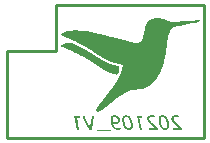
<source format=gbo>
G04*
G04 #@! TF.GenerationSoftware,Altium Limited,Altium Designer,20.0.1 (14)*
G04*
G04 Layer_Color=32896*
%FSLAX44Y44*%
%MOMM*%
G71*
G01*
G75*
%ADD10C,0.2540*%
%ADD43C,0.0254*%
G36*
X145091Y39510D02*
X145350Y39501D01*
X145590Y39482D01*
X145692Y39473D01*
X145793Y39464D01*
X145877Y39455D01*
X145950Y39445D01*
X146006Y39436D01*
X146052D01*
X146080Y39427D01*
X146089D01*
X146385Y39390D01*
X146653Y39344D01*
X146894Y39297D01*
X147004Y39270D01*
X147097Y39251D01*
X147189Y39233D01*
X147273Y39214D01*
X147337Y39196D01*
X147393Y39177D01*
X147439Y39168D01*
X147476Y39159D01*
X147494Y39149D01*
X147504D01*
X147633Y37670D01*
X147402Y37726D01*
X147162Y37781D01*
X146931Y37837D01*
X146709Y37883D01*
X146616Y37901D01*
X146524Y37920D01*
X146440Y37938D01*
X146376Y37947D01*
X146320Y37957D01*
X146283Y37966D01*
X146256Y37975D01*
X146246D01*
X145960Y38022D01*
X145692Y38059D01*
X145451Y38086D01*
X145248Y38105D01*
X145155Y38114D01*
X145072D01*
X144998Y38123D01*
X144832D01*
X144517Y38114D01*
X144240Y38077D01*
X144111Y38049D01*
X143990Y38022D01*
X143879Y37994D01*
X143787Y37966D01*
X143694Y37938D01*
X143621Y37910D01*
X143547Y37883D01*
X143491Y37855D01*
X143445Y37837D01*
X143417Y37818D01*
X143399Y37809D01*
X143389D01*
X143288Y37744D01*
X143204Y37670D01*
X143121Y37596D01*
X143057Y37513D01*
X143001Y37420D01*
X142955Y37337D01*
X142890Y37162D01*
X142844Y36995D01*
X142835Y36930D01*
X142825Y36866D01*
X142816Y36820D01*
Y36783D01*
Y36755D01*
Y36746D01*
X142825Y36524D01*
X142853Y36320D01*
X142890Y36126D01*
X142936Y35960D01*
X142983Y35812D01*
X143001Y35756D01*
X143020Y35701D01*
X143038Y35664D01*
X143047Y35636D01*
X143057Y35618D01*
Y35608D01*
X143149Y35405D01*
X143251Y35220D01*
X143352Y35035D01*
X143454Y34878D01*
X143547Y34748D01*
X143621Y34647D01*
X143648Y34610D01*
X143667Y34582D01*
X143676Y34564D01*
X143685Y34554D01*
X143842Y34360D01*
X144000Y34175D01*
X144157Y34000D01*
X144305Y33842D01*
X144425Y33713D01*
X144527Y33611D01*
X144564Y33574D01*
X144591Y33547D01*
X144610Y33528D01*
X144619Y33519D01*
X144823Y33325D01*
X145026Y33140D01*
X145220Y32955D01*
X145396Y32798D01*
X145553Y32659D01*
X145618Y32604D01*
X145673Y32557D01*
X145710Y32520D01*
X145747Y32493D01*
X145765Y32474D01*
X145775Y32465D01*
X150000Y28831D01*
Y27500D01*
X142742D01*
X142446Y28924D01*
X147624D01*
X144490Y31503D01*
X144221Y31725D01*
X143972Y31947D01*
X143731Y32150D01*
X143528Y32326D01*
X143445Y32400D01*
X143362Y32474D01*
X143288Y32539D01*
X143232Y32585D01*
X143186Y32631D01*
X143149Y32659D01*
X143131Y32678D01*
X143121Y32687D01*
X142890Y32909D01*
X142677Y33121D01*
X142493Y33325D01*
X142326Y33510D01*
X142197Y33667D01*
X142141Y33732D01*
X142095Y33787D01*
X142058Y33824D01*
X142030Y33861D01*
X142021Y33879D01*
X142012Y33889D01*
X141845Y34129D01*
X141688Y34360D01*
X141559Y34582D01*
X141457Y34795D01*
X141411Y34878D01*
X141374Y34961D01*
X141337Y35035D01*
X141309Y35100D01*
X141291Y35155D01*
X141272Y35192D01*
X141263Y35211D01*
Y35220D01*
X141171Y35488D01*
X141106Y35766D01*
X141060Y36034D01*
X141032Y36274D01*
X141013Y36385D01*
X141004Y36487D01*
Y36579D01*
X140995Y36653D01*
Y36718D01*
Y36764D01*
Y36792D01*
Y36801D01*
X141004Y37051D01*
X141032Y37282D01*
X141078Y37485D01*
X141124Y37670D01*
X141171Y37809D01*
X141189Y37874D01*
X141217Y37920D01*
X141226Y37957D01*
X141244Y37984D01*
X141254Y38003D01*
Y38012D01*
X141355Y38197D01*
X141466Y38364D01*
X141587Y38512D01*
X141707Y38632D01*
X141808Y38733D01*
X141892Y38807D01*
X141947Y38844D01*
X141956Y38863D01*
X141966D01*
X142150Y38983D01*
X142335Y39085D01*
X142520Y39168D01*
X142696Y39242D01*
X142853Y39297D01*
X142918Y39316D01*
X142973Y39334D01*
X143020Y39344D01*
X143057Y39353D01*
X143075Y39362D01*
X143084D01*
X143334Y39418D01*
X143584Y39455D01*
X143824Y39492D01*
X144046Y39510D01*
X144148Y39519D01*
X144323D01*
X144388Y39529D01*
X144804D01*
X145091Y39510D01*
D02*
G37*
G36*
X124602D02*
X124861Y39501D01*
X125102Y39482D01*
X125203Y39473D01*
X125305Y39464D01*
X125388Y39455D01*
X125462Y39445D01*
X125518Y39436D01*
X125564D01*
X125592Y39427D01*
X125601D01*
X125897Y39390D01*
X126165Y39344D01*
X126405Y39297D01*
X126516Y39270D01*
X126609Y39251D01*
X126701Y39233D01*
X126784Y39214D01*
X126849Y39196D01*
X126904Y39177D01*
X126951Y39168D01*
X126988Y39159D01*
X127006Y39149D01*
X127015D01*
X127145Y37670D01*
X126914Y37726D01*
X126673Y37781D01*
X126442Y37837D01*
X126220Y37883D01*
X126128Y37901D01*
X126035Y37920D01*
X125952Y37938D01*
X125887Y37947D01*
X125832Y37957D01*
X125795Y37966D01*
X125767Y37975D01*
X125758D01*
X125471Y38022D01*
X125203Y38059D01*
X124963Y38086D01*
X124760Y38105D01*
X124667Y38114D01*
X124584D01*
X124510Y38123D01*
X124344D01*
X124029Y38114D01*
X123752Y38077D01*
X123622Y38049D01*
X123502Y38022D01*
X123391Y37994D01*
X123299Y37966D01*
X123206Y37938D01*
X123132Y37910D01*
X123058Y37883D01*
X123003Y37855D01*
X122957Y37837D01*
X122929Y37818D01*
X122910Y37809D01*
X122901D01*
X122799Y37744D01*
X122716Y37670D01*
X122633Y37596D01*
X122568Y37513D01*
X122513Y37420D01*
X122467Y37337D01*
X122402Y37162D01*
X122356Y36995D01*
X122346Y36930D01*
X122337Y36866D01*
X122328Y36820D01*
Y36783D01*
Y36755D01*
Y36746D01*
X122337Y36524D01*
X122365Y36320D01*
X122402Y36126D01*
X122448Y35960D01*
X122494Y35812D01*
X122513Y35756D01*
X122531Y35701D01*
X122550Y35664D01*
X122559Y35636D01*
X122568Y35618D01*
Y35608D01*
X122661Y35405D01*
X122762Y35220D01*
X122864Y35035D01*
X122966Y34878D01*
X123058Y34748D01*
X123132Y34647D01*
X123160Y34610D01*
X123179Y34582D01*
X123188Y34564D01*
X123197Y34554D01*
X123354Y34360D01*
X123511Y34175D01*
X123668Y34000D01*
X123816Y33842D01*
X123937Y33713D01*
X124038Y33611D01*
X124075Y33574D01*
X124103Y33547D01*
X124122Y33528D01*
X124131Y33519D01*
X124334Y33325D01*
X124538Y33140D01*
X124732Y32955D01*
X124907Y32798D01*
X125065Y32659D01*
X125129Y32604D01*
X125185Y32557D01*
X125222Y32520D01*
X125259Y32493D01*
X125277Y32474D01*
X125287Y32465D01*
X129512Y28831D01*
Y27500D01*
X122254D01*
X121958Y28924D01*
X127136D01*
X124001Y31503D01*
X123733Y31725D01*
X123484Y31947D01*
X123243Y32150D01*
X123040Y32326D01*
X122957Y32400D01*
X122873Y32474D01*
X122799Y32539D01*
X122744Y32585D01*
X122698Y32631D01*
X122661Y32659D01*
X122642Y32678D01*
X122633Y32687D01*
X122402Y32909D01*
X122189Y33121D01*
X122004Y33325D01*
X121838Y33510D01*
X121708Y33667D01*
X121653Y33732D01*
X121607Y33787D01*
X121570Y33824D01*
X121542Y33861D01*
X121533Y33879D01*
X121524Y33889D01*
X121357Y34129D01*
X121200Y34360D01*
X121070Y34582D01*
X120969Y34795D01*
X120923Y34878D01*
X120886Y34961D01*
X120849Y35035D01*
X120821Y35100D01*
X120802Y35155D01*
X120784Y35192D01*
X120775Y35211D01*
Y35220D01*
X120682Y35488D01*
X120618Y35766D01*
X120571Y36034D01*
X120543Y36274D01*
X120525Y36385D01*
X120516Y36487D01*
Y36579D01*
X120506Y36653D01*
Y36718D01*
Y36764D01*
Y36792D01*
Y36801D01*
X120516Y37051D01*
X120543Y37282D01*
X120590Y37485D01*
X120636Y37670D01*
X120682Y37809D01*
X120701Y37874D01*
X120728Y37920D01*
X120738Y37957D01*
X120756Y37984D01*
X120765Y38003D01*
Y38012D01*
X120867Y38197D01*
X120978Y38364D01*
X121098Y38512D01*
X121219Y38632D01*
X121320Y38733D01*
X121403Y38807D01*
X121459Y38844D01*
X121468Y38863D01*
X121477D01*
X121662Y38983D01*
X121847Y39085D01*
X122032Y39168D01*
X122208Y39242D01*
X122365Y39297D01*
X122430Y39316D01*
X122485Y39334D01*
X122531Y39344D01*
X122568Y39353D01*
X122587Y39362D01*
X122596D01*
X122846Y39418D01*
X123095Y39455D01*
X123336Y39492D01*
X123558Y39510D01*
X123659Y39519D01*
X123835D01*
X123900Y39529D01*
X124316D01*
X124602Y39510D01*
D02*
G37*
G36*
X116041Y38539D02*
X116355Y37041D01*
X113619Y37735D01*
X115791Y27500D01*
X114081D01*
X111566Y39344D01*
X112953D01*
X116041Y38539D01*
D02*
G37*
G36*
X63341Y38539D02*
X63655Y37041D01*
X60919Y37735D01*
X63091Y27500D01*
X61381D01*
X58866Y39344D01*
X60253D01*
X63341Y38539D01*
D02*
G37*
G36*
X93287Y39519D02*
X93630Y39482D01*
X93796Y39455D01*
X93944Y39427D01*
X94083Y39399D01*
X94212Y39371D01*
X94332Y39334D01*
X94443Y39307D01*
X94536Y39279D01*
X94610Y39260D01*
X94674Y39233D01*
X94721Y39223D01*
X94748Y39205D01*
X94757D01*
X95053Y39076D01*
X95331Y38928D01*
X95571Y38770D01*
X95682Y38696D01*
X95775Y38623D01*
X95867Y38558D01*
X95950Y38493D01*
X96015Y38438D01*
X96070Y38391D01*
X96117Y38345D01*
X96154Y38317D01*
X96172Y38299D01*
X96181Y38290D01*
X96394Y38059D01*
X96579Y37818D01*
X96736Y37578D01*
X96866Y37356D01*
X96921Y37254D01*
X96967Y37152D01*
X97014Y37069D01*
X97041Y36995D01*
X97069Y36940D01*
X97087Y36893D01*
X97106Y36866D01*
Y36857D01*
X97217Y36533D01*
X97291Y36209D01*
X97346Y35886D01*
X97374Y35738D01*
X97393Y35590D01*
X97402Y35461D01*
X97411Y35340D01*
X97420Y35229D01*
Y35137D01*
X97430Y35063D01*
Y35007D01*
Y34970D01*
Y34961D01*
X97420Y34702D01*
X97393Y34462D01*
X97346Y34240D01*
X97291Y34027D01*
X97226Y33842D01*
X97152Y33667D01*
X97069Y33510D01*
X96986Y33371D01*
X96903Y33251D01*
X96819Y33149D01*
X96745Y33057D01*
X96681Y32983D01*
X96625Y32927D01*
X96579Y32890D01*
X96551Y32862D01*
X96542Y32853D01*
X96366Y32733D01*
X96181Y32631D01*
X95987Y32539D01*
X95793Y32456D01*
X95590Y32391D01*
X95395Y32335D01*
X95192Y32289D01*
X95007Y32252D01*
X94831Y32225D01*
X94665Y32206D01*
X94517Y32188D01*
X94388Y32178D01*
X94286D01*
X94203Y32169D01*
X93889D01*
X93648Y32188D01*
X93435Y32197D01*
X93251Y32215D01*
X93167Y32225D01*
X93093Y32234D01*
X93029Y32243D01*
X92982D01*
X92936Y32252D01*
X92908Y32262D01*
X92881D01*
X92668Y32299D01*
X92465Y32345D01*
X92280Y32382D01*
X92122Y32419D01*
X91984Y32456D01*
X91928Y32465D01*
X91882Y32483D01*
X91845Y32493D01*
X91808D01*
X91799Y32502D01*
X91790D01*
X91827Y32308D01*
X91873Y32114D01*
X91919Y31929D01*
X91965Y31762D01*
X92012Y31605D01*
X92058Y31457D01*
X92104Y31318D01*
X92150Y31189D01*
X92187Y31078D01*
X92224Y30976D01*
X92261Y30893D01*
X92289Y30819D01*
X92308Y30764D01*
X92326Y30727D01*
X92344Y30699D01*
Y30690D01*
X92474Y30431D01*
X92613Y30209D01*
X92742Y30006D01*
X92871Y29839D01*
X92982Y29710D01*
X93029Y29654D01*
X93066Y29617D01*
X93103Y29580D01*
X93130Y29553D01*
X93140Y29543D01*
X93149Y29534D01*
X93324Y29386D01*
X93509Y29257D01*
X93685Y29146D01*
X93842Y29062D01*
X93981Y28998D01*
X94046Y28970D01*
X94092Y28952D01*
X94138Y28933D01*
X94166Y28924D01*
X94184Y28915D01*
X94194D01*
X94416Y28850D01*
X94637Y28804D01*
X94850Y28776D01*
X95044Y28757D01*
X95211Y28739D01*
X95285D01*
X95340Y28730D01*
X95460D01*
X95922Y28739D01*
X96366Y28776D01*
X96579Y28804D01*
X96782Y28831D01*
X96976Y28859D01*
X97161Y28887D01*
X97328Y28915D01*
X97476Y28942D01*
X97614Y28970D01*
X97725Y28998D01*
X97818Y29016D01*
X97883Y29035D01*
X97920Y29044D01*
X97938D01*
X98225Y27620D01*
X97984Y27574D01*
X97753Y27537D01*
X97531Y27500D01*
X97319Y27463D01*
X97235Y27454D01*
X97152Y27445D01*
X97078Y27435D01*
X97014Y27426D01*
X96958Y27417D01*
X96921Y27408D01*
X96893D01*
X96634Y27380D01*
X96385Y27361D01*
X96163Y27343D01*
X95960Y27334D01*
X95793D01*
X95719Y27324D01*
X95553D01*
X95155Y27334D01*
X94776Y27371D01*
X94600Y27389D01*
X94434Y27417D01*
X94286Y27445D01*
X94138Y27472D01*
X94009Y27500D01*
X93898Y27528D01*
X93796Y27555D01*
X93703Y27574D01*
X93639Y27592D01*
X93583Y27611D01*
X93556Y27620D01*
X93546D01*
X93380Y27685D01*
X93214Y27750D01*
X92899Y27907D01*
X92622Y28082D01*
X92492Y28166D01*
X92381Y28249D01*
X92270Y28332D01*
X92178Y28406D01*
X92095Y28471D01*
X92030Y28526D01*
X91975Y28582D01*
X91938Y28619D01*
X91910Y28637D01*
X91901Y28647D01*
X91762Y28785D01*
X91632Y28933D01*
X91392Y29247D01*
X91180Y29571D01*
X90995Y29876D01*
X90911Y30015D01*
X90837Y30144D01*
X90782Y30264D01*
X90726Y30366D01*
X90689Y30449D01*
X90662Y30505D01*
X90643Y30551D01*
X90634Y30560D01*
X90532Y30791D01*
X90440Y31032D01*
X90273Y31522D01*
X90135Y32021D01*
X90070Y32262D01*
X90015Y32483D01*
X89959Y32705D01*
X89913Y32899D01*
X89876Y33075D01*
X89848Y33223D01*
X89820Y33352D01*
X89802Y33445D01*
Y33473D01*
X89793Y33500D01*
Y33510D01*
Y33519D01*
X89746Y33778D01*
X89709Y34027D01*
X89672Y34258D01*
X89645Y34480D01*
X89626Y34693D01*
X89608Y34887D01*
X89589Y35072D01*
X89571Y35239D01*
X89562Y35387D01*
X89552Y35516D01*
Y35636D01*
X89543Y35729D01*
Y35803D01*
Y35858D01*
Y35895D01*
Y35904D01*
X89552Y36265D01*
X89580Y36588D01*
X89617Y36893D01*
X89672Y37180D01*
X89737Y37430D01*
X89811Y37661D01*
X89885Y37864D01*
X89968Y38049D01*
X90051Y38206D01*
X90126Y38345D01*
X90199Y38456D01*
X90264Y38549D01*
X90310Y38613D01*
X90357Y38669D01*
X90384Y38696D01*
X90394Y38706D01*
X90560Y38854D01*
X90745Y38974D01*
X90939Y39085D01*
X91143Y39177D01*
X91355Y39260D01*
X91568Y39325D01*
X91771Y39381D01*
X91975Y39427D01*
X92169Y39464D01*
X92344Y39482D01*
X92511Y39501D01*
X92649Y39519D01*
X92760D01*
X92853Y39529D01*
X92927D01*
X93287Y39519D01*
D02*
G37*
G36*
X73715Y27500D02*
X71801D01*
X71440Y28018D01*
X71089Y28535D01*
X70747Y29044D01*
X70423Y29543D01*
X70118Y30033D01*
X69831Y30496D01*
X69563Y30939D01*
X69314Y31355D01*
X69092Y31734D01*
X68981Y31910D01*
X68888Y32086D01*
X68796Y32243D01*
X68713Y32391D01*
X68639Y32520D01*
X68565Y32650D01*
X68509Y32761D01*
X68454Y32853D01*
X68408Y32936D01*
X68371Y33010D01*
X68334Y33066D01*
X68315Y33103D01*
X68297Y33131D01*
Y33140D01*
X68010Y33685D01*
X67733Y34231D01*
X67464Y34785D01*
X67215Y35331D01*
X66975Y35858D01*
X66743Y36367D01*
X66531Y36866D01*
X66337Y37328D01*
X66253Y37541D01*
X66170Y37753D01*
X66087Y37957D01*
X66013Y38142D01*
X65939Y38317D01*
X65874Y38484D01*
X65819Y38641D01*
X65763Y38780D01*
X65717Y38909D01*
X65671Y39020D01*
X65634Y39112D01*
X65606Y39196D01*
X65578Y39260D01*
X65560Y39307D01*
X65551Y39334D01*
Y39344D01*
X67335D01*
X67548Y38789D01*
X67751Y38243D01*
X67964Y37716D01*
X68176Y37208D01*
X68380Y36727D01*
X68583Y36274D01*
X68768Y35849D01*
X68953Y35451D01*
X69036Y35266D01*
X69120Y35100D01*
X69194Y34933D01*
X69267Y34776D01*
X69341Y34628D01*
X69406Y34499D01*
X69462Y34379D01*
X69517Y34258D01*
X69563Y34166D01*
X69609Y34074D01*
X69647Y34000D01*
X69683Y33935D01*
X69702Y33889D01*
X69721Y33852D01*
X69739Y33833D01*
Y33824D01*
X69979Y33362D01*
X70229Y32918D01*
X70460Y32483D01*
X70691Y32067D01*
X70922Y31679D01*
X71135Y31309D01*
X71338Y30958D01*
X71523Y30643D01*
X71699Y30348D01*
X71856Y30098D01*
X71995Y29867D01*
X72060Y29774D01*
X72115Y29682D01*
X72161Y29599D01*
X72207Y29534D01*
X72245Y29469D01*
X72281Y29423D01*
X72300Y29386D01*
X72319Y29358D01*
X72337Y29340D01*
Y29331D01*
X73835Y39344D01*
X75545D01*
X73715Y27500D01*
D02*
G37*
G36*
X133783Y39510D02*
X134144Y39464D01*
X134495Y39390D01*
X134819Y39297D01*
X135124Y39186D01*
X135410Y39066D01*
X135669Y38937D01*
X135910Y38798D01*
X136122Y38659D01*
X136307Y38530D01*
X136464Y38410D01*
X136603Y38299D01*
X136705Y38206D01*
X136779Y38132D01*
X136825Y38086D01*
X136844Y38068D01*
X136964Y37929D01*
X137084Y37772D01*
X137315Y37448D01*
X137518Y37097D01*
X137713Y36727D01*
X137898Y36339D01*
X138055Y35951D01*
X138203Y35562D01*
X138332Y35183D01*
X138443Y34822D01*
X138545Y34480D01*
X138582Y34323D01*
X138628Y34175D01*
X138665Y34037D01*
X138693Y33907D01*
X138720Y33796D01*
X138748Y33685D01*
X138767Y33602D01*
X138785Y33519D01*
X138794Y33463D01*
X138804Y33417D01*
X138813Y33389D01*
Y33380D01*
X138859Y33103D01*
X138905Y32844D01*
X138942Y32613D01*
X138970Y32409D01*
X138979Y32317D01*
X138998Y32234D01*
X139007Y32169D01*
Y32104D01*
X139016Y32058D01*
X139025Y32021D01*
Y32003D01*
Y31993D01*
X139044Y31762D01*
X139062Y31550D01*
X139072Y31346D01*
X139081Y31180D01*
X139090Y31032D01*
Y30976D01*
Y30921D01*
Y30884D01*
Y30856D01*
Y30838D01*
Y30828D01*
X139081Y30496D01*
X139053Y30190D01*
X139016Y29904D01*
X138961Y29636D01*
X138905Y29395D01*
X138831Y29183D01*
X138767Y28979D01*
X138683Y28804D01*
X138609Y28656D01*
X138535Y28517D01*
X138471Y28406D01*
X138415Y28314D01*
X138360Y28249D01*
X138323Y28193D01*
X138295Y28166D01*
X138286Y28156D01*
X138119Y28008D01*
X137944Y27879D01*
X137750Y27768D01*
X137555Y27676D01*
X137352Y27592D01*
X137139Y27528D01*
X136936Y27472D01*
X136733Y27426D01*
X136548Y27398D01*
X136372Y27371D01*
X136215Y27352D01*
X136076Y27334D01*
X135956D01*
X135873Y27324D01*
X135799D01*
X135410Y27343D01*
X135050Y27380D01*
X134883Y27408D01*
X134726Y27435D01*
X134578Y27463D01*
X134440Y27500D01*
X134310Y27528D01*
X134199Y27555D01*
X134107Y27583D01*
X134024Y27611D01*
X133959Y27639D01*
X133913Y27648D01*
X133885Y27666D01*
X133876D01*
X133561Y27814D01*
X133275Y27990D01*
X133007Y28166D01*
X132896Y28258D01*
X132785Y28341D01*
X132692Y28425D01*
X132600Y28508D01*
X132526Y28572D01*
X132470Y28637D01*
X132415Y28683D01*
X132378Y28730D01*
X132359Y28748D01*
X132350Y28757D01*
X132230Y28905D01*
X132110Y29053D01*
X131888Y29368D01*
X131694Y29682D01*
X131527Y29987D01*
X131453Y30117D01*
X131389Y30246D01*
X131333Y30366D01*
X131287Y30459D01*
X131250Y30542D01*
X131222Y30607D01*
X131213Y30643D01*
X131204Y30653D01*
X131111Y30875D01*
X131028Y31106D01*
X130880Y31568D01*
X130741Y32040D01*
X130686Y32262D01*
X130631Y32465D01*
X130584Y32668D01*
X130538Y32844D01*
X130501Y33010D01*
X130473Y33149D01*
X130446Y33260D01*
X130427Y33343D01*
X130418Y33399D01*
Y33417D01*
X130372Y33685D01*
X130325Y33944D01*
X130288Y34175D01*
X130261Y34388D01*
X130242Y34471D01*
X130233Y34554D01*
X130224Y34628D01*
X130214Y34684D01*
Y34730D01*
X130205Y34767D01*
Y34785D01*
Y34795D01*
X130177Y35035D01*
X130159Y35257D01*
X130150Y35461D01*
X130140Y35636D01*
X130131Y35784D01*
Y35849D01*
Y35904D01*
Y35941D01*
Y35969D01*
Y35988D01*
Y35997D01*
X130140Y36330D01*
X130168Y36644D01*
X130205Y36930D01*
X130251Y37199D01*
X130316Y37439D01*
X130381Y37661D01*
X130455Y37855D01*
X130529Y38040D01*
X130603Y38188D01*
X130677Y38327D01*
X130741Y38438D01*
X130806Y38530D01*
X130852Y38595D01*
X130889Y38650D01*
X130917Y38678D01*
X130926Y38687D01*
X131083Y38835D01*
X131259Y38965D01*
X131453Y39076D01*
X131648Y39177D01*
X131851Y39251D01*
X132054Y39325D01*
X132258Y39381D01*
X132461Y39427D01*
X132646Y39455D01*
X132822Y39482D01*
X132979Y39501D01*
X133118Y39519D01*
X133238D01*
X133321Y39529D01*
X133395D01*
X133783Y39510D01*
D02*
G37*
G36*
X103051D02*
X103411Y39464D01*
X103763Y39390D01*
X104086Y39297D01*
X104391Y39186D01*
X104678Y39066D01*
X104937Y38937D01*
X105177Y38798D01*
X105390Y38659D01*
X105575Y38530D01*
X105732Y38410D01*
X105871Y38299D01*
X105972Y38206D01*
X106046Y38132D01*
X106093Y38086D01*
X106111Y38068D01*
X106231Y37929D01*
X106351Y37772D01*
X106583Y37448D01*
X106786Y37097D01*
X106980Y36727D01*
X107165Y36339D01*
X107322Y35951D01*
X107470Y35562D01*
X107600Y35183D01*
X107711Y34822D01*
X107812Y34480D01*
X107849Y34323D01*
X107895Y34175D01*
X107933Y34037D01*
X107960Y33907D01*
X107988Y33796D01*
X108016Y33685D01*
X108034Y33602D01*
X108053Y33519D01*
X108062Y33463D01*
X108071Y33417D01*
X108081Y33389D01*
Y33380D01*
X108127Y33103D01*
X108173Y32844D01*
X108210Y32613D01*
X108238Y32409D01*
X108247Y32317D01*
X108265Y32234D01*
X108275Y32169D01*
Y32104D01*
X108284Y32058D01*
X108293Y32021D01*
Y32003D01*
Y31993D01*
X108312Y31762D01*
X108330Y31550D01*
X108339Y31346D01*
X108349Y31180D01*
X108358Y31032D01*
Y30976D01*
Y30921D01*
Y30884D01*
Y30856D01*
Y30838D01*
Y30828D01*
X108349Y30496D01*
X108321Y30190D01*
X108284Y29904D01*
X108228Y29636D01*
X108173Y29395D01*
X108099Y29183D01*
X108034Y28979D01*
X107951Y28804D01*
X107877Y28656D01*
X107803Y28517D01*
X107738Y28406D01*
X107683Y28314D01*
X107627Y28249D01*
X107590Y28193D01*
X107563Y28166D01*
X107554Y28156D01*
X107387Y28008D01*
X107211Y27879D01*
X107017Y27768D01*
X106823Y27676D01*
X106620Y27592D01*
X106407Y27528D01*
X106204Y27472D01*
X106000Y27426D01*
X105815Y27398D01*
X105640Y27371D01*
X105482Y27352D01*
X105344Y27334D01*
X105224D01*
X105140Y27324D01*
X105066D01*
X104678Y27343D01*
X104318Y27380D01*
X104151Y27408D01*
X103994Y27435D01*
X103846Y27463D01*
X103707Y27500D01*
X103578Y27528D01*
X103467Y27555D01*
X103374Y27583D01*
X103291Y27611D01*
X103226Y27639D01*
X103180Y27648D01*
X103153Y27666D01*
X103143D01*
X102829Y27814D01*
X102542Y27990D01*
X102274Y28166D01*
X102163Y28258D01*
X102052Y28341D01*
X101960Y28425D01*
X101867Y28508D01*
X101793Y28572D01*
X101738Y28637D01*
X101683Y28683D01*
X101645Y28730D01*
X101627Y28748D01*
X101618Y28757D01*
X101498Y28905D01*
X101377Y29053D01*
X101156Y29368D01*
X100961Y29682D01*
X100795Y29987D01*
X100721Y30117D01*
X100656Y30246D01*
X100601Y30366D01*
X100555Y30459D01*
X100518Y30542D01*
X100490Y30607D01*
X100481Y30643D01*
X100471Y30653D01*
X100379Y30875D01*
X100296Y31106D01*
X100148Y31568D01*
X100009Y32040D01*
X99954Y32262D01*
X99898Y32465D01*
X99852Y32668D01*
X99806Y32844D01*
X99769Y33010D01*
X99741Y33149D01*
X99713Y33260D01*
X99695Y33343D01*
X99685Y33399D01*
Y33417D01*
X99639Y33685D01*
X99593Y33944D01*
X99556Y34175D01*
X99528Y34388D01*
X99510Y34471D01*
X99501Y34554D01*
X99491Y34628D01*
X99482Y34684D01*
Y34730D01*
X99473Y34767D01*
Y34785D01*
Y34795D01*
X99445Y35035D01*
X99427Y35257D01*
X99417Y35461D01*
X99408Y35636D01*
X99399Y35784D01*
Y35849D01*
Y35904D01*
Y35941D01*
Y35969D01*
Y35988D01*
Y35997D01*
X99408Y36330D01*
X99436Y36644D01*
X99473Y36930D01*
X99519Y37199D01*
X99584Y37439D01*
X99649Y37661D01*
X99722Y37855D01*
X99796Y38040D01*
X99870Y38188D01*
X99944Y38327D01*
X100009Y38438D01*
X100074Y38530D01*
X100120Y38595D01*
X100157Y38650D01*
X100185Y38678D01*
X100194Y38687D01*
X100351Y38835D01*
X100527Y38965D01*
X100721Y39076D01*
X100915Y39177D01*
X101118Y39251D01*
X101322Y39325D01*
X101525Y39381D01*
X101729Y39427D01*
X101914Y39455D01*
X102089Y39482D01*
X102247Y39501D01*
X102385Y39519D01*
X102505D01*
X102589Y39529D01*
X102662D01*
X103051Y39510D01*
D02*
G37*
G36*
X89996Y26187D02*
X78411D01*
X78180Y27324D01*
X89765D01*
X89996Y26187D01*
D02*
G37*
%LPC*%
G36*
X93186Y38123D02*
X93093D01*
X92899Y38114D01*
X92714Y38096D01*
X92566Y38068D01*
X92428Y38040D01*
X92326Y38003D01*
X92252Y37975D01*
X92206Y37957D01*
X92187Y37947D01*
X92058Y37883D01*
X91947Y37809D01*
X91854Y37726D01*
X91771Y37652D01*
X91706Y37587D01*
X91660Y37531D01*
X91632Y37494D01*
X91623Y37485D01*
X91549Y37374D01*
X91494Y37254D01*
X91438Y37134D01*
X91401Y37032D01*
X91374Y36930D01*
X91355Y36857D01*
X91337Y36810D01*
Y36801D01*
Y36792D01*
X91290Y36496D01*
X91272Y36348D01*
X91263Y36219D01*
X91253Y36108D01*
Y36024D01*
Y35988D01*
Y35960D01*
Y35951D01*
Y35941D01*
X91263Y35608D01*
X91272Y35451D01*
X91281Y35312D01*
X91300Y35183D01*
X91309Y35091D01*
Y35054D01*
X91318Y35026D01*
Y35017D01*
Y35007D01*
X91346Y34822D01*
X91374Y34647D01*
X91401Y34490D01*
X91429Y34342D01*
X91457Y34212D01*
X91475Y34120D01*
X91485Y34083D01*
Y34055D01*
X91494Y34046D01*
Y34037D01*
X91697Y33972D01*
X91901Y33907D01*
X92095Y33852D01*
X92270Y33805D01*
X92418Y33768D01*
X92483Y33759D01*
X92539Y33741D01*
X92585Y33732D01*
X92622D01*
X92640Y33722D01*
X92649D01*
X92881Y33685D01*
X93112Y33658D01*
X93334Y33639D01*
X93528Y33630D01*
X93620Y33621D01*
X93694D01*
X93768Y33611D01*
X93944D01*
X94120Y33621D01*
X94277Y33630D01*
X94425Y33648D01*
X94563Y33676D01*
X94684Y33704D01*
X94795Y33741D01*
X94896Y33778D01*
X94979Y33815D01*
X95053Y33852D01*
X95118Y33879D01*
X95174Y33916D01*
X95220Y33944D01*
X95248Y33972D01*
X95275Y33990D01*
X95285Y34009D01*
X95294D01*
X95423Y34175D01*
X95516Y34360D01*
X95590Y34554D01*
X95636Y34739D01*
X95664Y34915D01*
X95673Y34980D01*
Y35044D01*
X95682Y35100D01*
Y35137D01*
Y35165D01*
Y35174D01*
X95673Y35433D01*
X95654Y35673D01*
X95617Y35886D01*
X95580Y36071D01*
X95562Y36154D01*
X95543Y36219D01*
X95525Y36283D01*
X95506Y36339D01*
X95497Y36376D01*
X95488Y36404D01*
X95479Y36422D01*
Y36431D01*
X95395Y36625D01*
X95303Y36801D01*
X95220Y36958D01*
X95127Y37097D01*
X95053Y37199D01*
X94989Y37282D01*
X94952Y37328D01*
X94933Y37347D01*
X94795Y37476D01*
X94656Y37596D01*
X94517Y37698D01*
X94388Y37772D01*
X94277Y37837D01*
X94194Y37883D01*
X94157Y37901D01*
X94129Y37910D01*
X94120Y37920D01*
X94110D01*
X93935Y37984D01*
X93750Y38040D01*
X93583Y38077D01*
X93426Y38096D01*
X93287Y38114D01*
X93186Y38123D01*
D02*
G37*
G36*
X133700D02*
X133589D01*
X133423Y38114D01*
X133275Y38105D01*
X133127Y38077D01*
X132997Y38049D01*
X132877Y38012D01*
X132766Y37975D01*
X132664Y37929D01*
X132581Y37892D01*
X132498Y37846D01*
X132433Y37800D01*
X132378Y37763D01*
X132332Y37726D01*
X132295Y37698D01*
X132267Y37670D01*
X132258Y37661D01*
X132248Y37652D01*
X132175Y37559D01*
X132100Y37448D01*
X132045Y37328D01*
X131990Y37208D01*
X131916Y36940D01*
X131860Y36681D01*
X131842Y36551D01*
X131823Y36440D01*
X131814Y36330D01*
Y36237D01*
X131805Y36163D01*
Y36098D01*
Y36061D01*
Y36052D01*
Y35858D01*
X131823Y35655D01*
X131842Y35442D01*
X131860Y35220D01*
X131916Y34785D01*
X131953Y34564D01*
X131980Y34360D01*
X132017Y34166D01*
X132054Y33981D01*
X132082Y33815D01*
X132110Y33676D01*
X132128Y33556D01*
X132147Y33473D01*
X132165Y33417D01*
Y33408D01*
Y33399D01*
X132221Y33158D01*
X132276Y32927D01*
X132332Y32715D01*
X132378Y32502D01*
X132433Y32308D01*
X132480Y32132D01*
X132535Y31966D01*
X132581Y31808D01*
X132618Y31670D01*
X132655Y31550D01*
X132692Y31448D01*
X132720Y31355D01*
X132748Y31291D01*
X132757Y31235D01*
X132775Y31207D01*
Y31198D01*
X132896Y30884D01*
X133025Y30597D01*
X133090Y30468D01*
X133145Y30348D01*
X133210Y30246D01*
X133265Y30144D01*
X133312Y30052D01*
X133367Y29978D01*
X133404Y29913D01*
X133441Y29858D01*
X133469Y29811D01*
X133497Y29784D01*
X133506Y29765D01*
X133515Y29756D01*
X133672Y29562D01*
X133839Y29405D01*
X133987Y29266D01*
X134135Y29155D01*
X134255Y29072D01*
X134356Y29016D01*
X134393Y28998D01*
X134421Y28979D01*
X134430Y28970D01*
X134440D01*
X134634Y28887D01*
X134837Y28831D01*
X135031Y28785D01*
X135216Y28757D01*
X135373Y28739D01*
X135438D01*
X135494Y28730D01*
X135605D01*
X135771Y28739D01*
X135919Y28748D01*
X136067Y28776D01*
X136196Y28804D01*
X136316Y28841D01*
X136427Y28878D01*
X136529Y28915D01*
X136622Y28961D01*
X136696Y29007D01*
X136770Y29044D01*
X136825Y29081D01*
X136871Y29118D01*
X136908Y29146D01*
X136936Y29173D01*
X136945Y29183D01*
X136954Y29192D01*
X137028Y29284D01*
X137102Y29395D01*
X137158Y29516D01*
X137213Y29636D01*
X137287Y29904D01*
X137343Y30163D01*
X137361Y30292D01*
X137371Y30403D01*
X137389Y30514D01*
Y30607D01*
X137398Y30680D01*
Y30745D01*
Y30782D01*
Y30791D01*
Y30976D01*
X137380Y31180D01*
X137343Y31605D01*
X137287Y32040D01*
X137260Y32252D01*
X137223Y32456D01*
X137186Y32650D01*
X137158Y32826D01*
X137130Y32992D01*
X137102Y33131D01*
X137075Y33242D01*
X137065Y33325D01*
X137047Y33380D01*
Y33399D01*
X136991Y33639D01*
X136936Y33870D01*
X136881Y34092D01*
X136834Y34295D01*
X136779Y34490D01*
X136723Y34675D01*
X136677Y34841D01*
X136631Y34998D01*
X136594Y35137D01*
X136557Y35257D01*
X136520Y35359D01*
X136492Y35451D01*
X136464Y35516D01*
X136455Y35571D01*
X136437Y35599D01*
Y35608D01*
X136307Y35932D01*
X136243Y36080D01*
X136178Y36219D01*
X136113Y36348D01*
X136058Y36468D01*
X135993Y36579D01*
X135937Y36681D01*
X135891Y36764D01*
X135845Y36847D01*
X135799Y36912D01*
X135762Y36967D01*
X135734Y37014D01*
X135716Y37041D01*
X135697Y37060D01*
Y37069D01*
X135540Y37263D01*
X135373Y37430D01*
X135216Y37569D01*
X135078Y37679D01*
X134948Y37772D01*
X134846Y37827D01*
X134810Y37846D01*
X134782Y37864D01*
X134773Y37874D01*
X134763D01*
X134560Y37957D01*
X134356Y38022D01*
X134162Y38059D01*
X133977Y38096D01*
X133820Y38114D01*
X133756D01*
X133700Y38123D01*
D02*
G37*
G36*
X102968D02*
X102857D01*
X102690Y38114D01*
X102542Y38105D01*
X102394Y38077D01*
X102265Y38049D01*
X102145Y38012D01*
X102034Y37975D01*
X101932Y37929D01*
X101849Y37892D01*
X101766Y37846D01*
X101701Y37800D01*
X101645Y37763D01*
X101599Y37726D01*
X101562Y37698D01*
X101535Y37670D01*
X101525Y37661D01*
X101516Y37652D01*
X101442Y37559D01*
X101368Y37448D01*
X101313Y37328D01*
X101257Y37208D01*
X101183Y36940D01*
X101128Y36681D01*
X101109Y36551D01*
X101091Y36440D01*
X101081Y36330D01*
Y36237D01*
X101072Y36163D01*
Y36098D01*
Y36061D01*
Y36052D01*
Y35858D01*
X101091Y35655D01*
X101109Y35442D01*
X101128Y35220D01*
X101183Y34785D01*
X101220Y34564D01*
X101248Y34360D01*
X101285Y34166D01*
X101322Y33981D01*
X101350Y33815D01*
X101377Y33676D01*
X101396Y33556D01*
X101414Y33473D01*
X101433Y33417D01*
Y33408D01*
Y33399D01*
X101488Y33158D01*
X101544Y32927D01*
X101599Y32715D01*
X101645Y32502D01*
X101701Y32308D01*
X101747Y32132D01*
X101803Y31966D01*
X101849Y31808D01*
X101886Y31670D01*
X101923Y31550D01*
X101960Y31448D01*
X101988Y31355D01*
X102015Y31291D01*
X102025Y31235D01*
X102043Y31207D01*
Y31198D01*
X102163Y30884D01*
X102293Y30597D01*
X102357Y30468D01*
X102413Y30348D01*
X102478Y30246D01*
X102533Y30144D01*
X102579Y30052D01*
X102635Y29978D01*
X102672Y29913D01*
X102709Y29858D01*
X102737Y29811D01*
X102764Y29784D01*
X102774Y29765D01*
X102783Y29756D01*
X102940Y29562D01*
X103106Y29405D01*
X103254Y29266D01*
X103402Y29155D01*
X103522Y29072D01*
X103624Y29016D01*
X103661Y28998D01*
X103689Y28979D01*
X103698Y28970D01*
X103707D01*
X103901Y28887D01*
X104105Y28831D01*
X104299Y28785D01*
X104484Y28757D01*
X104641Y28739D01*
X104706D01*
X104761Y28730D01*
X104872D01*
X105039Y28739D01*
X105187Y28748D01*
X105335Y28776D01*
X105464Y28804D01*
X105584Y28841D01*
X105695Y28878D01*
X105797Y28915D01*
X105889Y28961D01*
X105963Y29007D01*
X106037Y29044D01*
X106093Y29081D01*
X106139Y29118D01*
X106176Y29146D01*
X106204Y29173D01*
X106213Y29183D01*
X106222Y29192D01*
X106296Y29284D01*
X106370Y29395D01*
X106426Y29516D01*
X106481Y29636D01*
X106555Y29904D01*
X106610Y30163D01*
X106629Y30292D01*
X106638Y30403D01*
X106657Y30514D01*
Y30607D01*
X106666Y30680D01*
Y30745D01*
Y30782D01*
Y30791D01*
Y30976D01*
X106647Y31180D01*
X106610Y31605D01*
X106555Y32040D01*
X106527Y32252D01*
X106490Y32456D01*
X106453Y32650D01*
X106426Y32826D01*
X106398Y32992D01*
X106370Y33131D01*
X106342Y33242D01*
X106333Y33325D01*
X106314Y33380D01*
Y33399D01*
X106259Y33639D01*
X106204Y33870D01*
X106148Y34092D01*
X106102Y34295D01*
X106046Y34490D01*
X105991Y34675D01*
X105945Y34841D01*
X105899Y34998D01*
X105862Y35137D01*
X105824Y35257D01*
X105787Y35359D01*
X105760Y35451D01*
X105732Y35516D01*
X105723Y35571D01*
X105704Y35599D01*
Y35608D01*
X105575Y35932D01*
X105510Y36080D01*
X105445Y36219D01*
X105381Y36348D01*
X105325Y36468D01*
X105260Y36579D01*
X105205Y36681D01*
X105159Y36764D01*
X105113Y36847D01*
X105066Y36912D01*
X105029Y36967D01*
X105002Y37014D01*
X104983Y37041D01*
X104965Y37060D01*
Y37069D01*
X104808Y37263D01*
X104641Y37430D01*
X104484Y37569D01*
X104345Y37679D01*
X104216Y37772D01*
X104114Y37827D01*
X104077Y37846D01*
X104049Y37864D01*
X104040Y37874D01*
X104031D01*
X103827Y37957D01*
X103624Y38022D01*
X103430Y38059D01*
X103245Y38096D01*
X103088Y38114D01*
X103023D01*
X102968Y38123D01*
D02*
G37*
%LPD*%
D10*
X1419Y20250D02*
Y94250D01*
X43270D01*
X1419Y20250D02*
X168270D01*
Y133250D01*
X43270D02*
X168270D01*
X43270Y94250D02*
Y133250D01*
D43*
X62157Y92024D02*
X72571D01*
X61649Y92278D02*
X72317D01*
X61141Y92532D02*
X72063D01*
X60379Y92786D02*
X71555D01*
X60125Y93040D02*
X71047D01*
X59363Y93294D02*
X70793D01*
X58855Y93548D02*
X70285D01*
X58347Y93802D02*
X69777D01*
X58093Y94056D02*
X69269D01*
X57331Y94310D02*
X69015Y94310D01*
X56569Y94564D02*
X68507Y94564D01*
X56315Y94818D02*
X67999Y94818D01*
X55807Y95072D02*
X67491D01*
X55045Y95326D02*
X67237D01*
X54537Y95580D02*
X66729D01*
X54029Y95834D02*
X65967D01*
X53521Y96088D02*
X65713D01*
X55045Y111328D02*
X63935Y111328D01*
X57331Y111582D02*
X61141D01*
X54029Y111074D02*
X65713D01*
X77905Y43510D02*
X78921D01*
X77651Y43764D02*
X79175Y43764D01*
X77651Y44018D02*
X79937D01*
X77397Y44272D02*
X80445Y44272D01*
X77397Y44526D02*
X80953D01*
X77651Y45034D02*
X81715D01*
X77651Y45288D02*
X81969D01*
X77905Y45542D02*
X82223D01*
X77905Y45796D02*
X82731D01*
X78159Y46050D02*
X82985D01*
X78159Y46304D02*
X83493D01*
X78413Y46558D02*
X83747D01*
X78413Y46812D02*
X84001Y46812D01*
X78667Y47066D02*
X84509D01*
X78921Y47320D02*
X84763D01*
X79175Y47574D02*
X85017Y47574D01*
X79175Y47828D02*
X85271D01*
X79429Y48082D02*
X85779D01*
X79683Y48336D02*
X86033D01*
X79937Y48590D02*
X86287Y48590D01*
X79937Y48844D02*
X86795D01*
X80191Y49098D02*
X87049D01*
X80445Y49352D02*
X87303Y49352D01*
X80699Y49606D02*
X87557D01*
X80699Y49860D02*
X87811D01*
X80953Y50114D02*
X88319D01*
X81207Y50368D02*
X88573D01*
X81461Y50622D02*
X88827D01*
X81715Y50876D02*
X89081D01*
X81969Y51130D02*
X89589D01*
X81969Y51384D02*
X89843D01*
X82223Y51638D02*
X90097D01*
X82477Y51892D02*
X90605D01*
X82731Y52146D02*
X90605D01*
X82731Y52400D02*
X91113Y52400D01*
X82985Y52654D02*
X91367Y52654D01*
X83239Y52908D02*
X91621D01*
X83493Y53162D02*
X92129D01*
X83747Y53416D02*
X92383D01*
X83747Y53670D02*
X92637D01*
X84001Y53924D02*
X93145D01*
X79175Y81864D02*
X92891D01*
X78667Y82118D02*
X92383Y82118D01*
X78159Y82372D02*
X91113Y82372D01*
X77905Y82626D02*
X90097D01*
X77651Y82880D02*
X89589D01*
X77143Y83134D02*
X88827D01*
X76889Y83388D02*
X87811D01*
X76381Y83642D02*
X87303D01*
X76127Y83896D02*
X86795Y83896D01*
X75619Y84150D02*
X86033Y84150D01*
X75365Y84404D02*
X85271D01*
X74857Y84658D02*
X84763D01*
X74603Y84912D02*
X84509Y84912D01*
X74095Y85166D02*
X83747D01*
X73333Y85674D02*
X82731D01*
X93907Y74752D02*
X94415D01*
X93653Y75006D02*
X94669D01*
X124895Y121234D02*
X133277D01*
X125911Y121488D02*
X132261D01*
X126673Y121742D02*
X131245D01*
X157153Y119710D02*
X163503D01*
X161217Y119964D02*
X164011D01*
X77397Y44780D02*
X81207D01*
X73841Y85420D02*
X83239D01*
X84255Y54178D02*
X93399Y54178D01*
X84509Y54432D02*
X93653D01*
X84763Y54686D02*
X94161D01*
X84763Y54940D02*
X94415Y54940D01*
X85017Y55194D02*
X94923Y55194D01*
X85271Y55448D02*
X95177D01*
X85525Y55702D02*
X95685D01*
X85779Y55956D02*
X95939D01*
X85779Y56210D02*
X96193D01*
X86033Y56464D02*
X96701D01*
X86287Y56718D02*
X97209D01*
X86541Y56972D02*
X97463D01*
X86541Y57226D02*
X97971D01*
X86795Y57480D02*
X98225D01*
X87303Y57988D02*
X98987D01*
X87303Y58242D02*
X99495D01*
X87557Y58496D02*
X100003D01*
X87811Y58750D02*
X100257Y58750D01*
X88065Y59004D02*
X100765D01*
X88319Y59258D02*
X101273D01*
X88319Y59512D02*
X101781Y59512D01*
X88573Y59766D02*
X102035D01*
X88827Y60020D02*
X102543Y60020D01*
X88827Y60274D02*
X103051D01*
X89335Y60528D02*
X103813D01*
X89335Y60782D02*
X104067D01*
X89589Y61036D02*
X104575D01*
X89589Y61290D02*
X105337Y61290D01*
X89843Y61544D02*
X106099D01*
X90097Y61798D02*
X106607D01*
X90351Y62052D02*
X110671D01*
X90351Y62306D02*
X113719D01*
X90605Y62560D02*
X114735Y62560D01*
X90859Y62814D02*
X115497D01*
X91113Y63068D02*
X116767D01*
X91367Y63322D02*
X117529D01*
X91367Y63576D02*
X118037D01*
X91621Y63830D02*
X118545Y63830D01*
X91621Y64084D02*
X119307D01*
X91875Y64338D02*
X119815Y64338D01*
X92129Y64592D02*
X120069D01*
X92383Y64846D02*
X120577Y64846D01*
X87049Y57734D02*
X98733Y57734D01*
X92637Y75260D02*
X94923D01*
X91367Y75514D02*
X94923Y75514D01*
X79683Y81356D02*
X94923D01*
X79429Y81610D02*
X93653D01*
X92637Y65354D02*
X121339D01*
X92891Y65608D02*
X121847D01*
X92891Y65862D02*
X122101D01*
X93145Y66116D02*
X122609Y66116D01*
X93399Y66370D02*
X122863Y66370D01*
X93399Y66624D02*
X123117D01*
X93653Y66878D02*
X123371D01*
X90859Y75768D02*
X95177Y75768D01*
X90351Y76022D02*
X95177D01*
X89335Y76276D02*
X95431D01*
X88573Y76530D02*
X95431D01*
X88065Y76784D02*
X95431D01*
X87557Y77038D02*
X95431D01*
X86795Y77292D02*
X95431D01*
X86033Y77546D02*
X95431Y77546D01*
X85779Y77800D02*
X95685D01*
X85271Y78054D02*
X95685D01*
X84763Y78308D02*
X95685Y78308D01*
X84255Y78562D02*
X95685D01*
X84001Y78816D02*
X95939Y78816D01*
X83493Y79070D02*
X95939D01*
X82985Y79324D02*
X95939Y79324D01*
X82477Y79578D02*
X96193D01*
X82223Y79832D02*
X96193D01*
X81715Y80086D02*
X96193D01*
X81207Y80340D02*
X96193D01*
X80953Y80594D02*
X96193D01*
X80699Y80848D02*
X96193D01*
X80191Y81102D02*
X95939Y81102D01*
X63935Y91008D02*
X74349D01*
X63681Y91262D02*
X73841D01*
X63173Y91516D02*
X73587D01*
X62411Y91770D02*
X73333D01*
X72825Y85928D02*
X82477D01*
X72571Y86182D02*
X81969Y86182D01*
X72317Y86436D02*
X81461D01*
X71809Y86690D02*
X80953Y86690D01*
X71301Y86944D02*
X80699Y86944D01*
X70793Y87198D02*
X80191D01*
X70539Y87452D02*
X79683D01*
X70031Y87706D02*
X79429Y87706D01*
X69523Y87960D02*
X79175D01*
X69015Y88214D02*
X78413Y88214D01*
X68761Y88468D02*
X78159D01*
X68253Y88722D02*
X77905D01*
X67745Y88976D02*
X77397Y88976D01*
X67491Y89230D02*
X77143D01*
X66983Y89484D02*
X76635D01*
X66221Y89738D02*
X76381Y89738D01*
X65967Y89992D02*
X75873D01*
X65459Y90246D02*
X75365D01*
X64951Y90500D02*
X75365Y90500D01*
X64443Y90754D02*
X74857Y90754D01*
X52759Y96342D02*
X65205D01*
X52251Y96596D02*
X64697D01*
X51743Y96850D02*
X64189D01*
X51235Y97104D02*
X63681Y97104D01*
X50473Y97358D02*
X63173Y97358D01*
X49965Y97612D02*
X62665D01*
X49457Y97866D02*
X62157D01*
X48695Y98120D02*
X61903Y98120D01*
X47425Y98628D02*
X60633Y98628D01*
X47933Y98882D02*
X60125D01*
X48187Y99136D02*
X59617D01*
X48695Y99390D02*
X59109D01*
X49203Y99644D02*
X58347D01*
X49711Y99898D02*
X58093D01*
X49965Y100152D02*
X57585D01*
X50981Y100406D02*
X57077D01*
X52251Y100660D02*
X56061D01*
X47933Y98374D02*
X61141D01*
X62665Y101168D02*
X109401D01*
X62157Y101422D02*
X107369D01*
X61903Y101676D02*
X106099Y101676D01*
X61395Y101930D02*
X105337Y101930D01*
X60633Y102184D02*
X104321D01*
X60379Y102438D02*
X103051Y102438D01*
X59871Y102692D02*
X102289Y102692D01*
X59109Y102946D02*
X101527D01*
X58601Y103200D02*
X100511D01*
X58347Y103454D02*
X99241D01*
X57585Y103708D02*
X98733D01*
X57077Y103962D02*
X97971D01*
X56569Y104216D02*
X96701D01*
X56061Y104470D02*
X95431D01*
X55553Y104724D02*
X94669D01*
X54791Y104978D02*
X93653D01*
X54283Y105232D02*
X92383D01*
X53775Y105486D02*
X91367Y105486D01*
X49711Y107264D02*
X84509Y107264D01*
X49203Y107518D02*
X83747D01*
X48187Y107772D02*
X82985D01*
X47933Y108026D02*
X81715D01*
X47425Y108280D02*
X80445Y108280D01*
X47933Y108534D02*
X79937Y108534D01*
X48187Y108788D02*
X78921D01*
X48695Y109042D02*
X77397D01*
X48949Y109296D02*
X76381Y109296D01*
X49203Y109550D02*
X75365D01*
X49711Y109804D02*
X74095D01*
X50473Y110058D02*
X72317D01*
X50981Y110312D02*
X71301D01*
X51489Y110566D02*
X70031D01*
X52505Y110820D02*
X67999D01*
X52505Y105994D02*
X89589D01*
X51997Y106248D02*
X88319D01*
X51489Y106502D02*
X87557D01*
X50727Y106756D02*
X87049D01*
X50219Y107010D02*
X85779Y107010D01*
X145977Y118948D02*
X161471D01*
X148009Y119202D02*
X162487D01*
X153089Y119456D02*
X162995D01*
X144199Y118694D02*
X159947Y118694D01*
X92383Y65100D02*
X121085D01*
X53267Y105740D02*
X90605D01*
X93907Y67132D02*
X123879D01*
X93907Y67386D02*
X123879D01*
X94161Y67640D02*
X124387D01*
X94161Y67894D02*
X124641D01*
X94415Y68148D02*
X124895Y68148D01*
X94669Y68402D02*
X125149D01*
X94669Y68656D02*
X125403D01*
X94923Y68910D02*
X125657D01*
X95177Y69164D02*
X125911D01*
X95177Y69418D02*
X125911D01*
X95431Y69672D02*
X126165D01*
X95431Y69926D02*
X126419Y69926D01*
X95685Y70180D02*
X126673Y70180D01*
X95939Y70434D02*
X126673D01*
X95939Y70688D02*
X126927Y70688D01*
X96193Y70942D02*
X127181D01*
X96193Y71196D02*
X127435D01*
X96193Y71450D02*
X127689D01*
X96447Y71704D02*
X127689Y71704D01*
X96701Y71958D02*
X127943Y71958D01*
X96701Y72212D02*
X128197D01*
X96955Y72466D02*
X128197Y72466D01*
X96955Y72720D02*
X128451Y72720D01*
X97209Y72974D02*
X128705Y72974D01*
X97209Y73228D02*
X128705Y73228D01*
X97209Y73482D02*
X128959D01*
X97463Y73736D02*
X128959Y73736D01*
X97717Y73990D02*
X129213D01*
X97717Y74244D02*
X129467D01*
X97971Y74498D02*
X129467D01*
X97971Y74752D02*
X129721D01*
X97971Y75006D02*
X129721D01*
X97971Y75260D02*
X129975D01*
X98225Y75514D02*
X129975Y75514D01*
X98225Y75768D02*
X130229Y75768D01*
X98479Y76022D02*
X130483D01*
X98479Y76276D02*
X130483D01*
X98733Y76530D02*
X130483D01*
X98733Y76784D02*
X130737Y76784D01*
X98733Y77038D02*
X130737Y77038D01*
X98733Y77292D02*
X130991Y77292D01*
X98987Y77546D02*
X131245Y77546D01*
X98987Y77800D02*
X131245D01*
X98987Y78308D02*
X131499D01*
X98987Y78562D02*
X131499Y78562D01*
X99241Y78816D02*
X131499D01*
X99241Y79070D02*
X131753D01*
X99241Y79324D02*
X131753Y79324D01*
X99495Y79578D02*
X132007Y79578D01*
X99495Y79832D02*
X132007D01*
X99495Y80340D02*
X132261D01*
X99749Y80594D02*
X132515D01*
X99749Y80848D02*
X132515D01*
X99749Y81102D02*
X132515Y81102D01*
X99749Y81356D02*
X132515Y81356D01*
X100003Y81610D02*
X132769D01*
X100003Y81864D02*
X132769Y81864D01*
X100003Y82118D02*
X132769Y82118D01*
X100003Y82372D02*
X133023Y82372D01*
X99749Y82626D02*
X133023D01*
X99495Y82880D02*
X133023D01*
X99241Y83134D02*
X133277Y83134D01*
X98225Y83388D02*
X133277D01*
X97209Y83642D02*
X133277D01*
X96193Y83896D02*
X133531D01*
X94669Y84150D02*
X133531D01*
X94161Y84404D02*
X133531D01*
X93145Y84658D02*
X133531D01*
X91875Y84912D02*
X133531Y84912D01*
X91113Y85166D02*
X133785Y85166D01*
X99495Y80086D02*
X132261D01*
X98987Y78054D02*
X131245D01*
X89843Y85674D02*
X133785Y85674D01*
X88827Y85928D02*
X134039D01*
X88319Y86182D02*
X134039D01*
X87811Y86436D02*
X134039Y86436D01*
X87049Y86690D02*
X134293Y86690D01*
X86541Y86944D02*
X134293D01*
X86033Y87198D02*
X134293D01*
X85525Y87452D02*
X134293D01*
X112957Y101168D02*
X136325Y101168D01*
X113973Y101422D02*
X136579Y101422D01*
X114481Y101676D02*
X136579Y101676D01*
X114735Y101930D02*
X136579Y101930D01*
X114989Y102184D02*
X136579D01*
X115243Y102438D02*
X136579D01*
X115497Y102692D02*
X136579D01*
X115751Y102946D02*
X136579Y102946D01*
X116005Y103200D02*
X136833Y103200D01*
X116005Y103454D02*
X136833D01*
X116259Y103708D02*
X136833Y103708D01*
X116259Y103962D02*
X136833D01*
X116513Y104216D02*
X137087D01*
X116513Y104470D02*
X137087Y104470D01*
X116767Y104724D02*
X137087D01*
X116767Y104978D02*
X137087D01*
X116767Y105232D02*
X137087D01*
X117021Y105486D02*
X137087Y105486D01*
X85017Y87706D02*
X134293D01*
X84509Y87960D02*
X134547Y87960D01*
X84001Y88214D02*
X134547Y88214D01*
X83747Y88468D02*
X134547Y88468D01*
X82985Y88722D02*
X134547Y88722D01*
X82731Y88976D02*
X134547D01*
X82223Y89230D02*
X134547D01*
X81969Y89484D02*
X134801D01*
X81461Y89738D02*
X134801D01*
X81207Y89992D02*
X134801D01*
X80699Y90246D02*
X134801D01*
X80445Y90500D02*
X135055Y90500D01*
X79937Y90754D02*
X135055Y90754D01*
X79683Y91008D02*
X135055D01*
X79175Y91262D02*
X135055Y91262D01*
X78921Y91516D02*
X135309D01*
X78413Y91770D02*
X135309Y91770D01*
X78159Y92024D02*
X135309D01*
X77905Y92278D02*
X135309D01*
X77397Y92532D02*
X135309Y92532D01*
X76889Y92786D02*
X135309D01*
X76635Y93040D02*
X135309D01*
X76381Y93294D02*
X135309D01*
X75873Y93548D02*
X135309D01*
X75365Y93802D02*
X135309D01*
X75111Y94056D02*
X135563D01*
X74603Y94310D02*
X135563Y94310D01*
X74349Y94564D02*
X135563Y94564D01*
X73841Y94818D02*
X135563Y94818D01*
X73587Y95072D02*
X135563Y95072D01*
X73079Y95326D02*
X135563D01*
X72571Y95580D02*
X135817D01*
X72317Y95834D02*
X135817D01*
X72063Y96088D02*
X135817D01*
X71555Y96342D02*
X135817D01*
X71047Y96596D02*
X135817D01*
X70793Y96850D02*
X135817D01*
X70285Y97104D02*
X136071Y97104D01*
X69777Y97358D02*
X136071Y97358D01*
X69269Y97612D02*
X136071D01*
X69015Y97866D02*
X136071Y97866D01*
X68507Y98120D02*
X136071D01*
X67491Y98628D02*
X136325D01*
X67237Y98882D02*
X136325D01*
X66729Y99136D02*
X136325Y99136D01*
X66221Y99390D02*
X136325D01*
X65713Y99644D02*
X136325D01*
X65205Y99898D02*
X136325D01*
X64697Y100152D02*
X136325D01*
X64189Y100406D02*
X136325D01*
X63935Y100660D02*
X136325D01*
X63173Y100914D02*
X136325D01*
X67999Y98374D02*
X136071D01*
X123117Y120472D02*
X135055D01*
X123625Y120726D02*
X134547D01*
X123879Y120980D02*
X134039D01*
X117021Y105994D02*
X137341D01*
X117021Y106248D02*
X137341Y106248D01*
X117275Y106502D02*
X137341D01*
X117275Y106756D02*
X137341D01*
X117275Y107010D02*
X137595D01*
X117275Y107264D02*
X137595Y107264D01*
X117529Y107518D02*
X137595Y107518D01*
X117529Y107772D02*
X137595D01*
X117529Y108026D02*
X137849D01*
X117783Y108280D02*
X137849Y108280D01*
X117783Y108534D02*
X138103Y108534D01*
X117783Y108788D02*
X138103Y108788D01*
X117783Y109042D02*
X138103D01*
X117783Y109296D02*
X138103Y109296D01*
X117783Y109550D02*
X138357Y109550D01*
X117783Y109804D02*
X138357D01*
X118037Y110058D02*
X138357D01*
X118037Y110312D02*
X138611D01*
X118037Y110566D02*
X138611Y110566D01*
X118037Y110820D02*
X138865D01*
X118037Y111074D02*
X138865D01*
X118037Y111328D02*
X139119D01*
X118291Y111582D02*
X139119D01*
X118291Y111836D02*
X139373D01*
X118291Y112090D02*
X139373Y112090D01*
X118291Y112344D02*
X139627D01*
X118545Y112598D02*
X139881D01*
X118545Y112852D02*
X140135Y112852D01*
X118545Y113106D02*
X140135Y113106D01*
X118545Y113360D02*
X140389D01*
X118799Y113614D02*
X140643D01*
X118799Y113868D02*
X140897D01*
X118799Y114122D02*
X141151D01*
X118799Y114376D02*
X141659D01*
X118799Y114630D02*
X141913D01*
X119053Y114884D02*
X142421Y114884D01*
X119053Y115138D02*
X142929D01*
X119053Y115392D02*
X143945D01*
X119307Y115646D02*
X144707Y115646D01*
X119307Y115900D02*
X145469D01*
X119561Y116154D02*
X147247D01*
X119561Y116408D02*
X148771D01*
X119815Y116662D02*
X149533D01*
X119815Y116916D02*
X150803D01*
X119815Y117170D02*
X152835D01*
X120069Y117424D02*
X154105Y117424D01*
X120069Y117678D02*
X154867Y117678D01*
X120323Y117932D02*
X156137D01*
X120577Y118186D02*
X157915D01*
X120831Y118440D02*
X158931D01*
X121085Y118948D02*
X139881D01*
X121339Y119202D02*
X138865D01*
X121847Y119456D02*
X137595Y119456D01*
X122101Y119710D02*
X136833Y119710D01*
X122355Y119964D02*
X136325Y119964D01*
X122609Y120218D02*
X135817D01*
X120831Y118694D02*
X140897Y118694D01*
X90605Y85420D02*
X133785D01*
X117021Y105740D02*
X137341D01*
M02*

</source>
